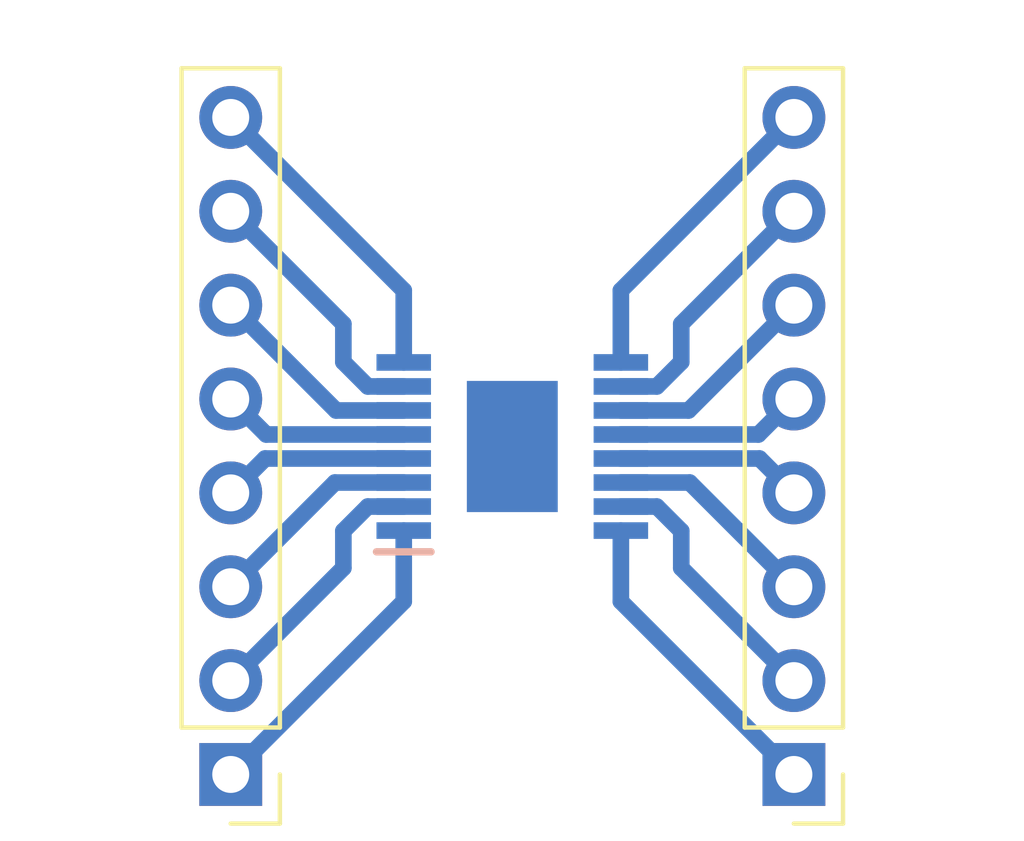
<source format=kicad_pcb>
(kicad_pcb (version 20240108) (generator "pcbnew") (generator_version "8.0")
  (layers (0 "F.Cu" signal) (31 "B.Cu" signal) (34 "B.Paste" user) (35 "F.Paste" user) (36 "B.SilkS" user "B.Silkscreen") (37 "F.SilkS" user "F.Silkscreen") (38 "B.Mask" user) (39 "F.Mask" user) (44 "Edge.Cuts" user))
  (net 0 "")
  (net 1 "GND")
  (net 2 "Net-(IC1-CPH)")
  (net 3 "Net-(IC1-VM)")
  (net 4 "Net-(IC1-PMODE)")
  (net 5 "Net-(IC1-GND)")
  (net 6 "Net-(IC1-PGND)")
  (net 7 "Net-(IC1-CPL)")
  (net 8 "Net-(IC1-VCP)")
  (net 9 "Net-(IC1-OUT2)")
  (net 10 "Net-(IC1-NFAULT)")
  (net 11 "Net-(IC1-IPROPI)")
  (net 12 "Net-(IC1-EN{slash}IN1)")
  (net 13 "Net-(IC1-PH{slash}IN2)")
  (net 14 "Net-(IC1-IMODE)")
  (net 15 "Net-(IC1-NSLEEP)")
  (net 16 "Net-(IC1-VREF)")
  (net 17 "Net-(IC1-OUT1)")
  (footprint "Connector_PinHeader_2.54mm:PinHeader_1x08_P2.54mm_Vertical" (layer "F.Cu") (at 157.988 97.536 180)
    (property "Reference" "J2" (hide yes))
    (property "Value" "Conn_01x08_Pin")
    (fp_line (start 1.33 1.27) (end 1.33 19.11) (stroke (width 0.12)) (layer "F.SilkS"))
    (fp_line (start -1.33 19.11) (end 1.33 19.11) (stroke (width 0.12)) (layer "F.SilkS"))
    (fp_line (start -1.33 1.27) (end 1.33 1.27) (stroke (width 0.12)) (layer "F.SilkS"))
    (fp_line (start -1.33 1.27) (end -1.33 19.11) (stroke (width 0.12)) (layer "F.SilkS"))
    (fp_line (start -1.33 0) (end -1.33 -1.33) (stroke (width 0.12)) (layer "F.SilkS"))
    (fp_line (start -1.33 -1.33) (end 0 -1.33) (stroke (width 0.12)) (layer "F.SilkS"))
    (pad "1" thru_hole rect (at 0 0 180) (size 1.7 1.7) (drill 1) (layers "*.Cu" "*.Mask") (net 12 "Net-(IC1-EN{slash}IN1)"))
    (pad "2" thru_hole oval (at 0 2.54 180) (size 1.7 1.7) (drill 1) (layers "*.Cu" "*.Mask") (net 13 "Net-(IC1-PH{slash}IN2)"))
    (pad "3" thru_hole oval (at 0 5.08 180) (size 1.7 1.7) (drill 1) (layers "*.Cu" "*.Mask") (net 15 "Net-(IC1-NSLEEP)"))
    (pad "4" thru_hole oval (at 0 7.62 180) (size 1.7 1.7) (drill 1) (layers "*.Cu" "*.Mask") (net 10 "Net-(IC1-NFAULT)"))
    (pad "5" thru_hole oval (at 0 10.16 180) (size 1.7 1.7) (drill 1) (layers "*.Cu" "*.Mask") (net 16 "Net-(IC1-VREF)"))
    (pad "6" thru_hole oval (at 0 12.7 180) (size 1.7 1.7) (drill 1) (layers "*.Cu" "*.Mask") (net 11 "Net-(IC1-IPROPI)"))
    (pad "7" thru_hole oval (at 0 15.24 180) (size 1.7 1.7) (drill 1) (layers "*.Cu" "*.Mask") (net 14 "Net-(IC1-IMODE)"))
    (pad "8" thru_hole oval (at 0 17.78 180) (size 1.7 1.7) (drill 1) (layers "*.Cu" "*.Mask") (net 17 "Net-(IC1-OUT1)"))
  )
  (footprint "Connector_PinHeader_2.54mm:PinHeader_1x08_P2.54mm_Vertical" (layer "F.Cu") (at 173.228 97.536 180)
    (property "Reference" "J1" (hide yes))
    (property "Value" "Conn_01x08_Pin")
    (fp_line (start 1.33 1.27) (end 1.33 19.11) (stroke (width 0.12)) (layer "F.SilkS"))
    (fp_line (start -1.33 19.11) (end 1.33 19.11) (stroke (width 0.12)) (layer "F.SilkS"))
    (fp_line (start -1.33 1.27) (end 1.33 1.27) (stroke (width 0.12)) (layer "F.SilkS"))
    (fp_line (start -1.33 1.27) (end -1.33 19.11) (stroke (width 0.12)) (layer "F.SilkS"))
    (fp_line (start -1.33 0) (end -1.33 -1.33) (stroke (width 0.12)) (layer "F.SilkS"))
    (fp_line (start -1.33 -1.33) (end 0 -1.33) (stroke (width 0.12)) (layer "F.SilkS"))
    (pad "1" thru_hole rect (at 0 0 180) (size 1.7 1.7) (drill 1) (layers "*.Cu" "*.Mask") (net 4 "Net-(IC1-PMODE)"))
    (pad "2" thru_hole oval (at 0 2.54 180) (size 1.7 1.7) (drill 1) (layers "*.Cu" "*.Mask") (net 5 "Net-(IC1-GND)"))
    (pad "3" thru_hole oval (at 0 5.08 180) (size 1.7 1.7) (drill 1) (layers "*.Cu" "*.Mask") (net 7 "Net-(IC1-CPL)"))
    (pad "4" thru_hole oval (at 0 7.62 180) (size 1.7 1.7) (drill 1) (layers "*.Cu" "*.Mask") (net 2 "Net-(IC1-CPH)"))
    (pad "5" thru_hole oval (at 0 10.16 180) (size 1.7 1.7) (drill 1) (layers "*.Cu" "*.Mask") (net 8 "Net-(IC1-VCP)"))
    (pad "6" thru_hole oval (at 0 12.7 180) (size 1.7 1.7) (drill 1) (layers "*.Cu" "*.Mask") (net 3 "Net-(IC1-VM)"))
    (pad "7" thru_hole oval (at 0 15.24 180) (size 1.7 1.7) (drill 1) (layers "*.Cu" "*.Mask") (net 9 "Net-(IC1-OUT2)"))
    (pad "8" thru_hole oval (at 0 17.78 180) (size 1.7 1.7) (drill 1) (layers "*.Cu" "*.Mask") (net 6 "Net-(IC1-PGND)"))
  )
  (footprint "sumec-smdV2_library:DRV8874" (layer "B.Cu") (at 165.608 88.661)
    (property "Reference" "IC1" (hide yes))
    (property "Value" "DRV8874PWPR" (hide yes))
    (fp_line (start -2.2 2.85) (end -3.675 2.85) (stroke (width 0.2)) (layer "B.SilkS"))
    (pad "1" smd rect (at -2.938 2.275 270) (size 0.45 1.475) (layers "B.Cu" "B.Paste" "B.Mask") (net 12 "Net-(IC1-EN{slash}IN1)"))
    (pad "2" smd rect (at -2.938 1.625 270) (size 0.45 1.475) (layers "B.Cu" "B.Paste" "B.Mask") (net 13 "Net-(IC1-PH{slash}IN2)"))
    (pad "3" smd rect (at -2.938 0.975 270) (size 0.45 1.475) (layers "B.Cu" "B.Paste" "B.Mask") (net 15 "Net-(IC1-NSLEEP)"))
    (pad "4" smd rect (at -2.938 0.325 270) (size 0.45 1.475) (layers "B.Cu" "B.Paste" "B.Mask") (net 10 "Net-(IC1-NFAULT)"))
    (pad "5" smd rect (at -2.938 -0.325 270) (size 0.45 1.475) (layers "B.Cu" "B.Paste" "B.Mask") (net 16 "Net-(IC1-VREF)"))
    (pad "6" smd rect (at -2.938 -0.975 270) (size 0.45 1.475) (layers "B.Cu" "B.Paste" "B.Mask") (net 11 "Net-(IC1-IPROPI)"))
    (pad "7" smd rect (at -2.938 -1.625 270) (size 0.45 1.475) (layers "B.Cu" "B.Paste" "B.Mask") (net 14 "Net-(IC1-IMODE)"))
    (pad "8" smd rect (at -2.938 -2.275 270) (size 0.45 1.475) (layers "B.Cu" "B.Paste" "B.Mask") (net 17 "Net-(IC1-OUT1)"))
    (pad "9" smd rect (at 2.938 -2.275 270) (size 0.45 1.475) (layers "B.Cu" "B.Paste" "B.Mask") (net 6 "Net-(IC1-PGND)"))
    (pad "10" smd rect (at 2.938 -1.625 270) (size 0.45 1.475) (layers "B.Cu" "B.Paste" "B.Mask") (net 9 "Net-(IC1-OUT2)"))
    (pad "11" smd rect (at 2.938 -0.975 270) (size 0.45 1.475) (layers "B.Cu" "B.Paste" "B.Mask") (net 3 "Net-(IC1-VM)"))
    (pad "12" smd rect (at 2.938 -0.325 270) (size 0.45 1.475) (layers "B.Cu" "B.Paste" "B.Mask") (net 8 "Net-(IC1-VCP)"))
    (pad "13" smd rect (at 2.938 0.325 270) (size 0.45 1.475) (layers "B.Cu" "B.Paste" "B.Mask") (net 2 "Net-(IC1-CPH)"))
    (pad "14" smd rect (at 2.938 0.975 270) (size 0.45 1.475) (layers "B.Cu" "B.Paste" "B.Mask") (net 7 "Net-(IC1-CPL)"))
    (pad "15" smd rect (at 2.938 1.625 270) (size 0.45 1.475) (layers "B.Cu" "B.Paste" "B.Mask") (net 5 "Net-(IC1-GND)"))
    (pad "16" smd rect (at 2.938 2.275 270) (size 0.45 1.475) (layers "B.Cu" "B.Paste" "B.Mask") (net 4 "Net-(IC1-PMODE)"))
    (pad "17" smd rect (at 0 0) (size 2.46 3.55) (layers "B.Cu" "B.Paste" "B.Mask") (net 1 "GND"))
  )
  (segment (start 168.546 88.986) (end 172.298 88.986) (width 0.45) (layer "B.Cu") (net 2))
  (segment (start 172.298 88.986) (end 173.228 89.916) (width 0.45) (layer "B.Cu") (net 2))
  (segment (start 168.546 87.686) (end 170.378 87.686) (width 0.45) (layer "B.Cu") (net 3))
  (segment (start 170.378 87.686) (end 173.228 84.836) (width 0.45) (layer "B.Cu") (net 3))
  (segment (start 168.546 90.936) (end 168.546 92.854) (width 0.45) (layer "B.Cu") (net 4))
  (segment (start 168.546 92.854) (end 173.228 97.536) (width 0.45) (layer "B.Cu") (net 4))
  (segment (start 168.546 90.286) (end 169.519 90.286) (width 0.45) (layer "B.Cu") (net 5))
  (segment (start 170.18 91.948) (end 173.228 94.996) (width 0.45) (layer "B.Cu") (net 5))
  (segment (start 169.519 90.286) (end 170.18 90.947) (width 0.45) (layer "B.Cu") (net 5))
  (segment (start 170.18 90.947) (end 170.18 91.948) (width 0.45) (layer "B.Cu") (net 5))
  (segment (start 168.546 86.386) (end 168.546 84.438) (width 0.45) (layer "B.Cu") (net 6))
  (segment (start 168.546 84.438) (end 173.228 79.756) (width 0.45) (layer "B.Cu") (net 6))
  (segment (start 168.546 89.636) (end 170.408 89.636) (width 0.45) (layer "B.Cu") (net 7))
  (segment (start 170.408 89.636) (end 173.228 92.456) (width 0.45) (layer "B.Cu") (net 7))
  (segment (start 168.546 88.336) (end 172.268 88.336) (width 0.45) (layer "B.Cu") (net 8))
  (segment (start 172.268 88.336) (end 173.228 87.376) (width 0.45) (layer "B.Cu") (net 8))
  (segment (start 170.18 86.375) (end 170.18 85.344) (width 0.45) (layer "B.Cu") (net 9))
  (segment (start 169.519 87.036) (end 170.18 86.375) (width 0.45) (layer "B.Cu") (net 9))
  (segment (start 168.546 87.036) (end 169.519 87.036) (width 0.45) (layer "B.Cu") (net 9))
  (segment (start 170.18 85.344) (end 173.228 82.296) (width 0.45) (layer "B.Cu") (net 9))
  (segment (start 162.67 88.986) (end 158.918 88.986) (width 0.45) (layer "B.Cu") (net 10))
  (segment (start 158.918 88.986) (end 157.988 89.916) (width 0.45) (layer "B.Cu") (net 10))
  (segment (start 160.838 87.686) (end 162.67 87.686) (width 0.45) (layer "B.Cu") (net 11))
  (segment (start 157.988 84.836) (end 160.838 87.686) (width 0.45) (layer "B.Cu") (net 11))
  (segment (start 162.67 92.854) (end 157.988 97.536) (width 0.45) (layer "B.Cu") (net 12))
  (segment (start 162.67 90.936) (end 162.67 92.854) (width 0.45) (layer "B.Cu") (net 12))
  (segment (start 162.67 90.286) (end 161.697 90.286) (width 0.45) (layer "B.Cu") (net 13))
  (segment (start 161.036 91.948) (end 157.988 94.996) (width 0.45) (layer "B.Cu") (net 13))
  (segment (start 161.697 90.286) (end 161.036 90.947) (width 0.45) (layer "B.Cu") (net 13))
  (segment (start 161.036 90.947) (end 161.036 91.948) (width 0.45) (layer "B.Cu") (net 13))
  (segment (start 161.036 86.375) (end 161.036 85.344) (width 0.45) (layer "B.Cu") (net 14))
  (segment (start 161.697 87.036) (end 161.036 86.375) (width 0.45) (layer "B.Cu") (net 14))
  (segment (start 161.036 85.344) (end 157.988 82.296) (width 0.45) (layer "B.Cu") (net 14))
  (segment (start 162.67 87.036) (end 161.697 87.036) (width 0.45) (layer "B.Cu") (net 14))
  (segment (start 162.67 89.636) (end 160.808 89.636) (width 0.45) (layer "B.Cu") (net 15))
  (segment (start 160.808 89.636) (end 157.988 92.456) (width 0.45) (layer "B.Cu") (net 15))
  (segment (start 158.948 88.336) (end 157.988 87.376) (width 0.45) (layer "B.Cu") (net 16))
  (segment (start 162.67 88.336) (end 158.948 88.336) (width 0.45) (layer "B.Cu") (net 16))
  (segment (start 162.67 84.438) (end 157.988 79.756) (width 0.45) (layer "B.Cu") (net 17))
  (segment (start 162.67 86.386) (end 162.67 84.438) (width 0.45) (layer "B.Cu") (net 17))
)
</source>
